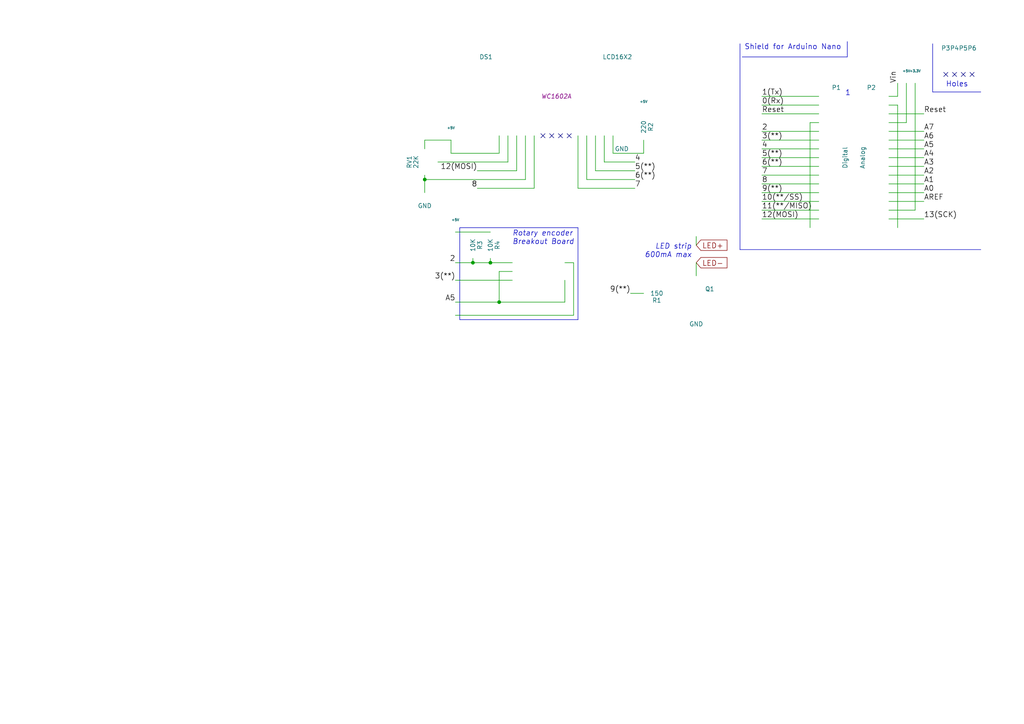
<source format=kicad_sch>
(kicad_sch (version 20230121) (generator eeschema)
  (paper "A4")
  (title_block (date "jeu. 02 avril 2015"))
  (lib_symbols)
  (junction (at 123.19 52.07))
  (junction (at 137.16 76.2))
  (junction (at 142.24 76.2))
  (junction (at 144.78 87.63))
  (no_connect (at 157.48 39.37))
  (no_connect (at 160.02 39.37))
  (no_connect (at 279.4 21.59))
  (no_connect (at 274.32 21.59))
  (no_connect (at 276.86 21.59))
  (no_connect (at 281.94 21.59))
  (no_connect (at 162.56 39.37))
  (no_connect (at 165.1 39.37))
  (wire (pts (xy 220.98 48.26) (xy 237.49 48.26)))
  (polyline (pts (xy 133.35 66.04) (xy 167.64 66.04)))
  (wire (pts (xy 144.78 87.63) (xy 132.08 87.63)))
  (wire (pts (xy 149.86 39.37) (xy 149.86 49.53)))
  (wire (pts (xy 177.8 44.45) (xy 186.69 44.45)))
  (wire (pts (xy 142.24 74.93) (xy 142.24 76.2)))
  (wire (pts (xy 237.49 35.56) (xy 234.95 35.56)))
  (wire (pts (xy 148.59 76.2) (xy 142.24 76.2)))
  (wire (pts (xy 237.49 60.96) (xy 220.98 60.96)))
  (wire (pts (xy 257.81 63.5) (xy 267.97 63.5)))
  (wire (pts (xy 257.81 38.1) (xy 267.97 38.1)))
  (wire (pts (xy 186.69 85.09) (xy 182.88 85.09)))
  (polyline (pts (xy 214.63 72.39) (xy 214.63 12.7)))
  (wire (pts (xy 201.93 68.58) (xy 201.93 71.12)))
  (wire (pts (xy 267.97 55.88) (xy 257.81 55.88)))
  (wire (pts (xy 265.43 60.96) (xy 257.81 60.96)))
  (wire (pts (xy 130.81 44.45) (xy 144.78 44.45)))
  (wire (pts (xy 267.97 40.64) (xy 257.81 40.64)))
  (wire (pts (xy 175.26 46.99) (xy 184.15 46.99)))
  (wire (pts (xy 257.81 53.34) (xy 267.97 53.34)))
  (polyline (pts (xy 215.265 16.51) (xy 245.745 16.51)))
  (wire (pts (xy 154.94 39.37) (xy 154.94 54.61)))
  (wire (pts (xy 260.35 66.04) (xy 260.35 30.48)))
  (polyline (pts (xy 284.48 72.39) (xy 214.63 72.39)))
  (wire (pts (xy 166.37 76.2) (xy 166.37 91.44)))
  (wire (pts (xy 163.83 81.28) (xy 163.83 87.63)))
  (wire (pts (xy 220.98 38.1) (xy 237.49 38.1)))
  (polyline (pts (xy 245.745 16.51) (xy 245.745 12.065)))
  (wire (pts (xy 220.98 63.5) (xy 237.49 63.5)))
  (wire (pts (xy 123.19 52.07) (xy 152.4 52.07)))
  (wire (pts (xy 186.69 44.45) (xy 186.69 40.64)))
  (wire (pts (xy 220.98 53.34) (xy 237.49 53.34)))
  (wire (pts (xy 267.97 43.18) (xy 257.81 43.18)))
  (wire (pts (xy 167.64 39.37) (xy 167.64 54.61)))
  (polyline (pts (xy 167.64 92.71) (xy 133.35 92.71)))
  (wire (pts (xy 127 46.99) (xy 147.32 46.99)))
  (wire (pts (xy 123.19 40.64) (xy 123.19 43.18)))
  (wire (pts (xy 152.4 52.07) (xy 152.4 39.37)))
  (wire (pts (xy 265.43 24.13) (xy 265.43 60.96)))
  (wire (pts (xy 237.49 55.88) (xy 220.98 55.88)))
  (wire (pts (xy 142.24 76.2) (xy 137.16 76.2)))
  (wire (pts (xy 123.19 50.8) (xy 123.19 52.07)))
  (wire (pts (xy 220.98 43.18) (xy 237.49 43.18)))
  (polyline (pts (xy 270.51 26.67) (xy 270.51 12.7)))
  (wire (pts (xy 137.16 76.2) (xy 132.08 76.2)))
  (wire (pts (xy 172.72 49.53) (xy 184.15 49.53)))
  (wire (pts (xy 257.81 45.72) (xy 267.97 45.72)))
  (polyline (pts (xy 167.64 66.04) (xy 167.64 92.71)))
  (wire (pts (xy 163.83 76.2) (xy 166.37 76.2)))
  (wire (pts (xy 123.19 52.07) (xy 123.19 55.88)))
  (wire (pts (xy 220.98 58.42) (xy 237.49 58.42)))
  (wire (pts (xy 262.89 35.56) (xy 257.81 35.56)))
  (wire (pts (xy 267.97 33.02) (xy 257.81 33.02)))
  (polyline (pts (xy 133.35 92.71) (xy 133.35 66.04)))
  (wire (pts (xy 234.95 35.56) (xy 234.95 66.04)))
  (wire (pts (xy 130.81 40.64) (xy 123.19 40.64)))
  (wire (pts (xy 177.8 39.37) (xy 177.8 44.45)))
  (wire (pts (xy 148.59 78.74) (xy 144.78 78.74)))
  (wire (pts (xy 237.49 27.94) (xy 220.98 27.94)))
  (wire (pts (xy 144.78 78.74) (xy 144.78 87.63)))
  (wire (pts (xy 154.94 54.61) (xy 138.43 54.61)))
  (wire (pts (xy 163.83 87.63) (xy 144.78 87.63)))
  (wire (pts (xy 147.32 46.99) (xy 147.32 39.37)))
  (wire (pts (xy 132.08 67.31) (xy 142.24 67.31)))
  (wire (pts (xy 237.49 50.8) (xy 220.98 50.8)))
  (wire (pts (xy 220.98 30.48) (xy 237.49 30.48)))
  (wire (pts (xy 170.18 39.37) (xy 170.18 52.07)))
  (wire (pts (xy 257.81 27.94) (xy 260.35 27.94)))
  (wire (pts (xy 262.89 24.13) (xy 262.89 35.56)))
  (wire (pts (xy 170.18 52.07) (xy 184.15 52.07)))
  (wire (pts (xy 167.64 54.61) (xy 184.15 54.61)))
  (wire (pts (xy 260.35 27.94) (xy 260.35 24.13)))
  (wire (pts (xy 148.59 81.28) (xy 132.08 81.28)))
  (wire (pts (xy 137.16 74.93) (xy 137.16 76.2)))
  (wire (pts (xy 175.26 39.37) (xy 175.26 46.99)))
  (wire (pts (xy 166.37 91.44) (xy 132.08 91.44)))
  (wire (pts (xy 267.97 58.42) (xy 257.81 58.42)))
  (wire (pts (xy 260.35 30.48) (xy 257.81 30.48)))
  (wire (pts (xy 237.49 40.64) (xy 220.98 40.64)))
  (polyline (pts (xy 284.48 26.67) (xy 270.51 26.67)))
  (wire (pts (xy 267.97 50.8) (xy 257.81 50.8)))
  (wire (pts (xy 130.81 44.45) (xy 130.81 40.64)))
  (wire (pts (xy 172.72 39.37) (xy 172.72 49.53)))
  (wire (pts (xy 201.93 76.2) (xy 201.93 80.01)))
  (wire (pts (xy 267.97 48.26) (xy 257.81 48.26)))
  (wire (pts (xy 149.86 49.53) (xy 138.43 49.53)))
  (wire (pts (xy 237.49 45.72) (xy 220.98 45.72)))
  (wire (pts (xy 144.78 44.45) (xy 144.78 39.37)))
  (wire (pts (xy 237.49 33.02) (xy 220.98 33.02)))
  (text "LED strip\n600mA max" (at 200.66 74.93 0) (effects (font (size 1.524 1.524) italic) (justify right bottom)))
  (text "Rotary encoder\nBreakout Board" (at 148.59 71.12 0) (effects (font (size 1.524 1.524) italic) (justify left bottom)))
  (text "Shield for Arduino Nano" (at 215.9 14.605 0) (effects (font (size 1.524 1.524)) (justify left bottom)))
  (text "1" (at 245.11 27.94 0) (effects (font (size 1.524 1.524)) (justify left bottom)))
  (text "Holes" (at 274.32 25.4 0) (effects (font (size 1.524 1.524)) (justify left bottom)))
  (label "7" (at 220.98 50.8 0) (effects (font (size 1.524 1.524))))
  (label "A4" (at 267.97 45.72 0) (effects (font (size 1.524 1.524))))
  (label "9(**)" (at 220.98 55.88 0) (effects (font (size 1.524 1.524))))
  (label "5(**)" (at 184.15 49.53 0) (effects (font (size 1.524 1.524))))
  (label "2" (at 220.98 38.1 0) (effects (font (size 1.524 1.524))))
  (label "8" (at 220.98 53.34 0) (effects (font (size 1.524 1.524))))
  (label "5(**)" (at 220.98 45.72 0) (effects (font (size 1.524 1.524))))
  (label "11(**/MISO)" (at 220.98 60.96 0) (effects (font (size 1.524 1.524))))
  (label "12(MOSI)" (at 138.43 49.53 180) (effects (font (size 1.524 1.524))))
  (label "A2" (at 267.97 50.8 0) (effects (font (size 1.524 1.524))))
  (label "4" (at 220.98 43.18 0) (effects (font (size 1.524 1.524))))
  (label "6(**)" (at 220.98 48.26 0) (effects (font (size 1.524 1.524))))
  (label "13(SCK)" (at 267.97 63.5 0) (effects (font (size 1.524 1.524))))
  (label "8" (at 138.43 54.61 180) (effects (font (size 1.524 1.524))))
  (label "12(MOSI)" (at 220.98 63.5 0) (effects (font (size 1.524 1.524))))
  (label "10(**/SS)" (at 220.98 58.42 0) (effects (font (size 1.524 1.524))))
  (label "A5" (at 267.97 43.18 0) (effects (font (size 1.524 1.524))))
  (label "A1" (at 267.97 53.34 0) (effects (font (size 1.524 1.524))))
  (label "A5" (at 132.08 87.63 180) (effects (font (size 1.524 1.524))))
  (label "3(**)" (at 132.08 81.28 180) (effects (font (size 1.524 1.524))))
  (label "4" (at 184.15 46.99 0) (effects (font (size 1.524 1.524))))
  (label "Vin" (at 260.35 24.13 90) (effects (font (size 1.524 1.524))))
  (label "7" (at 184.15 54.61 0) (effects (font (size 1.524 1.524))))
  (label "A7" (at 267.97 38.1 0) (effects (font (size 1.524 1.524))))
  (label "AREF" (at 267.97 58.42 0) (effects (font (size 1.524 1.524))))
  (label "A0" (at 267.97 55.88 0) (effects (font (size 1.524 1.524))))
  (label "9(**)" (at 182.88 85.09 180) (effects (font (size 1.524 1.524))))
  (label "1(Tx)" (at 220.98 27.94 0) (effects (font (size 1.524 1.524))))
  (label "6(**)" (at 184.15 52.07 0) (effects (font (size 1.524 1.524))))
  (label "A6" (at 267.97 40.64 0) (effects (font (size 1.524 1.524))))
  (label "3(**)" (at 220.98 40.64 0) (effects (font (size 1.524 1.524))))
  (label "Reset" (at 267.97 33.02 0) (effects (font (size 1.524 1.524))))
  (label "A3" (at 267.97 48.26 0) (effects (font (size 1.524 1.524))))
  (label "2" (at 132.08 76.2 180) (effects (font (size 1.524 1.524))))
  (label "Reset" (at 220.98 33.02 0) (effects (font (size 1.524 1.524))))
  (label "0(Rx)" (at 220.98 30.48 0) (effects (font (size 1.524 1.524))))
  (global_label "LED-" (shape input) (at 201.93 76.2 0) (effects (font (size 1.524 1.524))) (property "Intersheetrefs" "${INTERSHEET_REFS}" (effects hide)))
  (global_label "LED+" (shape input) (at 201.93 71.12 0) (effects (font (size 1.524 1.524))) (property "Intersheetrefs" "${INTERSHEET_REFS}" (effects hide)))
  (symbol (lib_id "CONN_01X01") (at 274.32 16.51 90) (unit 1)
    (property "Reference" "P3" (at 274.32 13.97 90))
    (property "Value" "CONN_01X01" (effects hide))
    (property "Footprint" "Socket_Arduino_Nano:1pin_Nano" (effects hide))
  )
  (symbol (lib_id "CONN_01X01") (at 276.86 16.51 90) (unit 1)
    (property "Reference" "P4" (at 276.86 13.97 90))
    (property "Value" "CONN_01X01" (effects hide))
    (property "Footprint" "Socket_Arduino_Nano:1pin_Nano" (effects hide))
  )
  (symbol (lib_id "CONN_01X01") (at 279.4 16.51 90) (unit 1)
    (property "Reference" "P5" (at 279.4 13.97 90))
    (property "Value" "CONN_01X01" (effects hide))
    (property "Footprint" "Socket_Arduino_Nano:1pin_Nano" (effects hide))
  )
  (symbol (lib_id "CONN_01X01") (at 281.94 16.51 90) (unit 1)
    (property "Reference" "P6" (at 281.94 13.97 90))
    (property "Value" "CONN_01X01" (effects hide))
    (property "Footprint" "Socket_Arduino_Nano:1pin_Nano" (effects hide))
  )
  (symbol (lib_id "CONN_01X15") (at 242.57 45.72 0) (unit 1)
    (property "Reference" "P1" (at 242.57 25.4 0))
    (property "Value" "Digital" (at 245.11 45.72 90))
    (property "Footprint" "Socket_Arduino_Nano:Socket_Strip_Arduino_1x15" (effects hide))
  )
  (symbol (lib_id "CONN_01X15") (at 252.73 45.72 0) (mirror y) (unit 1)
    (property "Reference" "P2" (at 252.73 25.4 0))
    (property "Value" "Analog" (at 250.19 45.72 90))
    (property "Footprint" "Socket_Arduino_Nano:Socket_Strip_Arduino_1x15" (effects hide))
  )
  (symbol (lib_id "GND") (at 234.95 66.04 0) (unit 1)
    (property "Reference" "#PWR01" (effects hide))
    (property "Value" "GND" (at 234.95 69.85 0))
  )
  (symbol (lib_id "GND") (at 260.35 66.04 0) (unit 1)
    (property "Reference" "#PWR02" (effects hide))
    (property "Value" "GND" (at 260.35 69.85 0))
  )
  (symbol (lib_id "+5V") (at 262.89 24.13 0) (unit 1)
    (property "Reference" "#PWR03" (effects hide))
    (property "Value" "+5V" (at 262.89 20.574 0) (effects (font (size 0.7112 0.7112))))
  )
  (symbol (lib_id "+3.3V") (at 265.43 24.13 0) (unit 1)
    (property "Reference" "#PWR04" (effects hide))
    (property "Value" "+3.3V" (at 265.43 20.574 0) (effects (font (size 0.7112 0.7112))))
  )
  (symbol (lib_id "LCD16X2") (at 161.29 26.67 0) (unit 1)
    (property "Reference" "DS1" (at 140.97 16.51 0))
    (property "Value" "LCD16X2" (at 179.07 16.51 0))
    (property "Footprint" "WC1602A" (at 161.29 27.94 0) (effects (font italic)))
  )
  (symbol (lib_id "GND") (at 123.19 55.88 0) (unit 1)
    (property "Reference" "#PWR05" (effects hide))
    (property "Value" "GND" (at 123.19 59.69 0))
  )
  (symbol (lib_id "POT") (at 123.19 46.99 0) (unit 1)
    (property "Reference" "RV1" (at 118.745 46.99 90))
    (property "Value" "22K" (at 120.65 46.99 90))
  )
  (symbol (lib_id "GND") (at 142.24 39.37 0) (unit 1)
    (property "Reference" "#PWR06" (effects hide))
    (property "Value" "GND" (at 142.24 43.18 0))
  )
  (symbol (lib_id "+5V") (at 130.81 40.64 0) (unit 1)
    (property "Reference" "#PWR07" (effects hide))
    (property "Value" "+5V" (at 130.81 37.084 0) (effects (font (size 0.7112 0.7112))))
  )
  (symbol (lib_id "GND") (at 180.34 39.37 0) (unit 1)
    (property "Reference" "#PWR08" (effects hide))
    (property "Value" "GND" (at 180.34 43.18 0))
  )
  (symbol (lib_id "R") (at 186.69 36.83 0) (unit 1)
    (property "Reference" "R2" (at 188.722 36.83 90))
    (property "Value" "220" (at 186.69 36.83 90))
  )
  (symbol (lib_id "+5V") (at 186.69 33.02 0) (unit 1)
    (property "Reference" "#PWR09" (effects hide))
    (property "Value" "+5V" (at 186.69 29.464 0) (effects (font (size 0.7112 0.7112))))
  )
  (symbol (lib_id "Rotary_Encoder_Switch") (at 156.21 78.74 0) (unit 1)
    (property "Reference" "SW1" (at 156.21 72.136 0))
    (property "Value" "Rotary_Encoder_Switch" (effects hide))
  )
  (symbol (lib_id "R") (at 137.16 71.12 0) (unit 1)
    (property "Reference" "R3" (at 139.192 71.12 90))
    (property "Value" "10K" (at 137.16 71.12 90))
  )
  (symbol (lib_id "R") (at 142.24 71.12 0) (unit 1)
    (property "Reference" "R4" (at 144.272 71.12 90))
    (property "Value" "10K" (at 142.24 71.12 90))
  )
  (symbol (lib_id "GND") (at 132.08 91.44 0) (unit 1)
    (property "Reference" "#PWR010" (effects hide))
    (property "Value" "GND" (at 132.08 95.25 0))
  )
  (symbol (lib_id "+5V") (at 132.08 67.31 0) (unit 1)
    (property "Reference" "#PWR011" (effects hide))
    (property "Value" "+5V" (at 132.08 63.754 0) (effects (font (size 0.7112 0.7112))))
  )
  (symbol (lib_id "Q_PNP_EBC") (at 199.39 85.09 0) (unit 1)
    (property "Reference" "Q1" (at 204.47 83.82 0) (effects (justify left)))
    (property "Value" "Q_PNP_EBC" (effects hide))
  )
  (symbol (lib_id "R") (at 190.5 85.09 270) (unit 1)
    (property "Reference" "R1" (at 190.5 87.122 90))
    (property "Value" "150" (at 190.5 85.09 90))
  )
  (symbol (lib_id "GND") (at 201.93 90.17 0) (unit 1)
    (property "Reference" "#PWR012" (effects hide))
    (property "Value" "GND" (at 201.93 93.98 0))
  )
  (symbol (lib_id "+12V") (at 201.93 68.58 0) (unit 1)
    (property "Reference" "#PWR013" (effects hide))
    (property "Value" "+12V" (at 201.93 65.024 0))
  )
)
</source>
